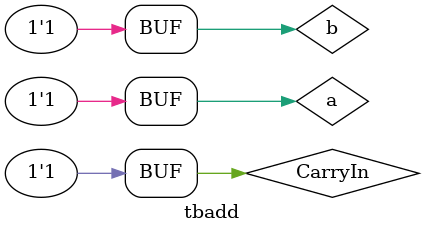
<source format=v>
module tbadd();
  
  reg a;
  reg b;
  reg CarryIn;
  wire CarryOut;
  wire Sum;  
  initial
  begin
    a=1'b0;
    b=1'b0;
    CarryIn=1'b0;
  end
  initial
  begin
    #500
    a=1;
    b=0;
    CarryIn=0;
    
    #500
    a=0;
    b=1;  
    CarryIn=1;    
    
    #500
    a=1;
    b=1;    
    CarryIn=1;
            
  end
  add my_ad(a,b,CarryIn,Sum,CarryOut);
endmodule
</source>
